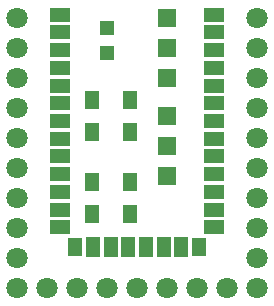
<source format=gbr>
G04 #@! TF.FileFunction,Soldermask,Top*
%FSLAX46Y46*%
G04 Gerber Fmt 4.6, Leading zero omitted, Abs format (unit mm)*
G04 Created by KiCad (PCBNEW (2014-12-03 BZR 5311)-product) date Mon 23 Mar 2015 17:57:30 UTC*
%MOMM*%
G01*
G04 APERTURE LIST*
%ADD10C,0.100000*%
%ADD11R,1.699260X1.198880*%
%ADD12R,1.198880X1.597660*%
%ADD13R,1.198880X1.699260*%
%ADD14R,1.500000X1.500000*%
%ADD15R,1.300000X1.500000*%
%ADD16R,1.198880X1.198880*%
%ADD17C,1.800000*%
G04 APERTURE END LIST*
D10*
D11*
X142090140Y-106789220D03*
X142090140Y-108290360D03*
X142090140Y-109788960D03*
X142090140Y-105290620D03*
X142090140Y-103789480D03*
X142090140Y-102290880D03*
X142090140Y-100789740D03*
X142090140Y-99291140D03*
X142090140Y-97790000D03*
X142090140Y-96288860D03*
X142090140Y-94790260D03*
X142090140Y-93289120D03*
X142090140Y-91790520D03*
D12*
X143339820Y-111485680D03*
D13*
X144843500Y-111439960D03*
X146342100Y-111439960D03*
X147840700Y-111439960D03*
X149339300Y-111439960D03*
X150837900Y-111439960D03*
X152336500Y-111439960D03*
D12*
X153835100Y-111488220D03*
D11*
X155089860Y-109788960D03*
X155089860Y-108290360D03*
X155089860Y-106786680D03*
X155089860Y-105290620D03*
X155089860Y-103789480D03*
X155089860Y-102290880D03*
X155089860Y-100789740D03*
X155089860Y-99291140D03*
X155089860Y-97790000D03*
X155089860Y-96288860D03*
X155089860Y-94790260D03*
X155089860Y-93289120D03*
X155089860Y-91790520D03*
D14*
X151130000Y-92075000D03*
X151130000Y-94615000D03*
X151130000Y-105410000D03*
X151130000Y-100330000D03*
X151130000Y-102870000D03*
D15*
X144780000Y-108665000D03*
X144780000Y-105965000D03*
X147955000Y-101680000D03*
X147955000Y-98980000D03*
X144780000Y-101680000D03*
X144780000Y-98980000D03*
X147955000Y-108665000D03*
X147955000Y-105965000D03*
D16*
X146050000Y-95029020D03*
X146050000Y-92930980D03*
D14*
X151130000Y-97155000D03*
D17*
X138430000Y-92075000D03*
X138430000Y-94615000D03*
X138430000Y-97155000D03*
X138430000Y-99695000D03*
X138430000Y-102235000D03*
X138430000Y-104775000D03*
X138430000Y-107315000D03*
X138430000Y-109855000D03*
X138430000Y-112395000D03*
X138430000Y-114935000D03*
X140970000Y-114935000D03*
X143510000Y-114935000D03*
X146050000Y-114935000D03*
X148590000Y-114935000D03*
X151130000Y-114935000D03*
X153670000Y-114935000D03*
X156210000Y-114935000D03*
X158750000Y-112395000D03*
X158750000Y-109855000D03*
X158750000Y-107315000D03*
X158750000Y-104775000D03*
X158750000Y-102235000D03*
X158750000Y-99695000D03*
X158750000Y-97155000D03*
X158750000Y-94615000D03*
X158750000Y-114935000D03*
X158750000Y-92075000D03*
M02*

</source>
